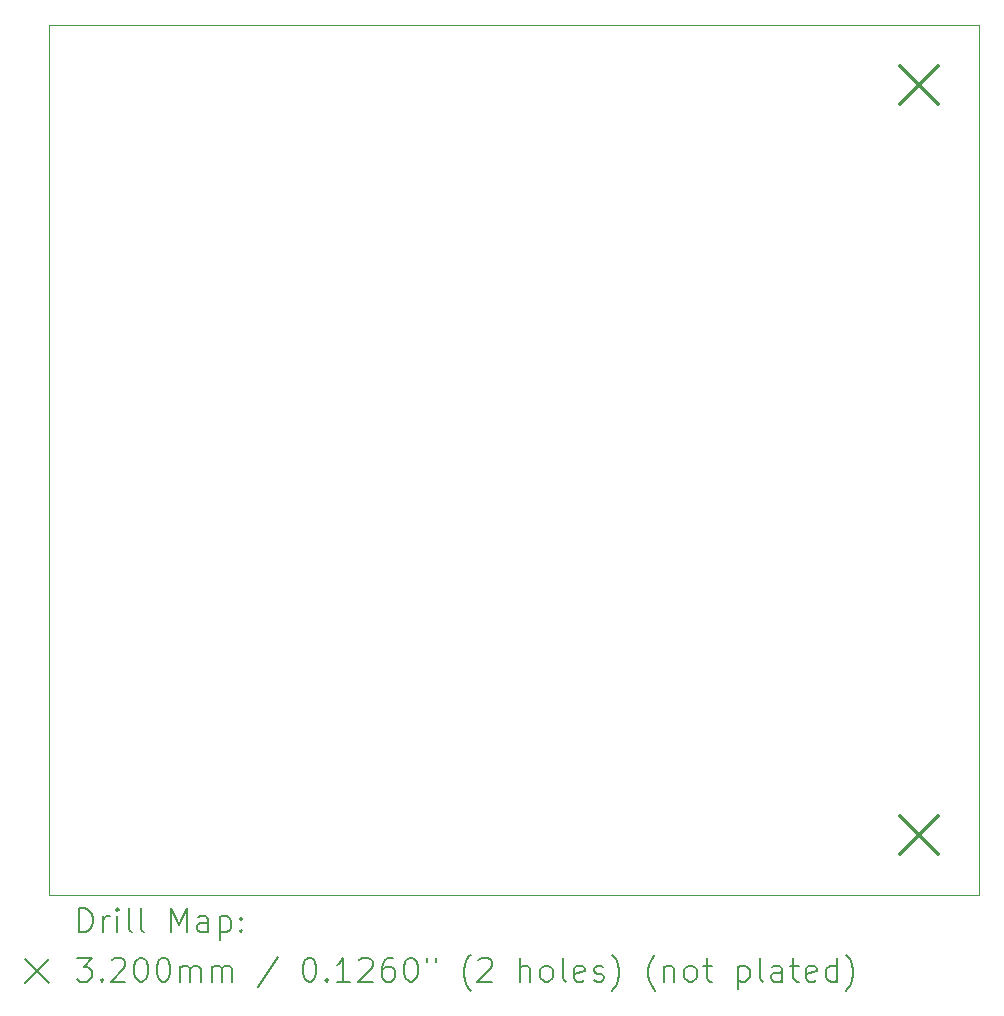
<source format=gbr>
%FSLAX45Y45*%
G04 Gerber Fmt 4.5, Leading zero omitted, Abs format (unit mm)*
G04 Created by KiCad (PCBNEW (6.0.0)) date 2022-03-13 21:04:10*
%MOMM*%
%LPD*%
G01*
G04 APERTURE LIST*
%TA.AperFunction,Profile*%
%ADD10C,0.100000*%
%TD*%
%ADD11C,0.200000*%
%ADD12C,0.320000*%
G04 APERTURE END LIST*
D10*
X5588000Y-11430000D02*
X5588000Y-4064000D01*
X13462000Y-4064000D02*
X13462000Y-11430000D01*
X13462000Y-11430000D02*
X5588000Y-11430000D01*
X5588000Y-4064000D02*
X13462000Y-4064000D01*
D11*
D12*
X12794000Y-4412000D02*
X13114000Y-4732000D01*
X13114000Y-4412000D02*
X12794000Y-4732000D01*
X12794000Y-10762000D02*
X13114000Y-11082000D01*
X13114000Y-10762000D02*
X12794000Y-11082000D01*
D11*
X5840619Y-11745476D02*
X5840619Y-11545476D01*
X5888238Y-11545476D01*
X5916809Y-11555000D01*
X5935857Y-11574048D01*
X5945381Y-11593095D01*
X5954905Y-11631190D01*
X5954905Y-11659762D01*
X5945381Y-11697857D01*
X5935857Y-11716905D01*
X5916809Y-11735952D01*
X5888238Y-11745476D01*
X5840619Y-11745476D01*
X6040619Y-11745476D02*
X6040619Y-11612143D01*
X6040619Y-11650238D02*
X6050143Y-11631190D01*
X6059667Y-11621667D01*
X6078714Y-11612143D01*
X6097762Y-11612143D01*
X6164428Y-11745476D02*
X6164428Y-11612143D01*
X6164428Y-11545476D02*
X6154905Y-11555000D01*
X6164428Y-11564524D01*
X6173952Y-11555000D01*
X6164428Y-11545476D01*
X6164428Y-11564524D01*
X6288238Y-11745476D02*
X6269190Y-11735952D01*
X6259667Y-11716905D01*
X6259667Y-11545476D01*
X6393000Y-11745476D02*
X6373952Y-11735952D01*
X6364428Y-11716905D01*
X6364428Y-11545476D01*
X6621571Y-11745476D02*
X6621571Y-11545476D01*
X6688238Y-11688333D01*
X6754905Y-11545476D01*
X6754905Y-11745476D01*
X6935857Y-11745476D02*
X6935857Y-11640714D01*
X6926333Y-11621667D01*
X6907286Y-11612143D01*
X6869190Y-11612143D01*
X6850143Y-11621667D01*
X6935857Y-11735952D02*
X6916809Y-11745476D01*
X6869190Y-11745476D01*
X6850143Y-11735952D01*
X6840619Y-11716905D01*
X6840619Y-11697857D01*
X6850143Y-11678809D01*
X6869190Y-11669286D01*
X6916809Y-11669286D01*
X6935857Y-11659762D01*
X7031095Y-11612143D02*
X7031095Y-11812143D01*
X7031095Y-11621667D02*
X7050143Y-11612143D01*
X7088238Y-11612143D01*
X7107286Y-11621667D01*
X7116809Y-11631190D01*
X7126333Y-11650238D01*
X7126333Y-11707381D01*
X7116809Y-11726428D01*
X7107286Y-11735952D01*
X7088238Y-11745476D01*
X7050143Y-11745476D01*
X7031095Y-11735952D01*
X7212048Y-11726428D02*
X7221571Y-11735952D01*
X7212048Y-11745476D01*
X7202524Y-11735952D01*
X7212048Y-11726428D01*
X7212048Y-11745476D01*
X7212048Y-11621667D02*
X7221571Y-11631190D01*
X7212048Y-11640714D01*
X7202524Y-11631190D01*
X7212048Y-11621667D01*
X7212048Y-11640714D01*
X5383000Y-11975000D02*
X5583000Y-12175000D01*
X5583000Y-11975000D02*
X5383000Y-12175000D01*
X5821571Y-11965476D02*
X5945381Y-11965476D01*
X5878714Y-12041667D01*
X5907286Y-12041667D01*
X5926333Y-12051190D01*
X5935857Y-12060714D01*
X5945381Y-12079762D01*
X5945381Y-12127381D01*
X5935857Y-12146428D01*
X5926333Y-12155952D01*
X5907286Y-12165476D01*
X5850143Y-12165476D01*
X5831095Y-12155952D01*
X5821571Y-12146428D01*
X6031095Y-12146428D02*
X6040619Y-12155952D01*
X6031095Y-12165476D01*
X6021571Y-12155952D01*
X6031095Y-12146428D01*
X6031095Y-12165476D01*
X6116809Y-11984524D02*
X6126333Y-11975000D01*
X6145381Y-11965476D01*
X6193000Y-11965476D01*
X6212048Y-11975000D01*
X6221571Y-11984524D01*
X6231095Y-12003571D01*
X6231095Y-12022619D01*
X6221571Y-12051190D01*
X6107286Y-12165476D01*
X6231095Y-12165476D01*
X6354905Y-11965476D02*
X6373952Y-11965476D01*
X6393000Y-11975000D01*
X6402524Y-11984524D01*
X6412048Y-12003571D01*
X6421571Y-12041667D01*
X6421571Y-12089286D01*
X6412048Y-12127381D01*
X6402524Y-12146428D01*
X6393000Y-12155952D01*
X6373952Y-12165476D01*
X6354905Y-12165476D01*
X6335857Y-12155952D01*
X6326333Y-12146428D01*
X6316809Y-12127381D01*
X6307286Y-12089286D01*
X6307286Y-12041667D01*
X6316809Y-12003571D01*
X6326333Y-11984524D01*
X6335857Y-11975000D01*
X6354905Y-11965476D01*
X6545381Y-11965476D02*
X6564428Y-11965476D01*
X6583476Y-11975000D01*
X6593000Y-11984524D01*
X6602524Y-12003571D01*
X6612048Y-12041667D01*
X6612048Y-12089286D01*
X6602524Y-12127381D01*
X6593000Y-12146428D01*
X6583476Y-12155952D01*
X6564428Y-12165476D01*
X6545381Y-12165476D01*
X6526333Y-12155952D01*
X6516809Y-12146428D01*
X6507286Y-12127381D01*
X6497762Y-12089286D01*
X6497762Y-12041667D01*
X6507286Y-12003571D01*
X6516809Y-11984524D01*
X6526333Y-11975000D01*
X6545381Y-11965476D01*
X6697762Y-12165476D02*
X6697762Y-12032143D01*
X6697762Y-12051190D02*
X6707286Y-12041667D01*
X6726333Y-12032143D01*
X6754905Y-12032143D01*
X6773952Y-12041667D01*
X6783476Y-12060714D01*
X6783476Y-12165476D01*
X6783476Y-12060714D02*
X6793000Y-12041667D01*
X6812048Y-12032143D01*
X6840619Y-12032143D01*
X6859667Y-12041667D01*
X6869190Y-12060714D01*
X6869190Y-12165476D01*
X6964428Y-12165476D02*
X6964428Y-12032143D01*
X6964428Y-12051190D02*
X6973952Y-12041667D01*
X6993000Y-12032143D01*
X7021571Y-12032143D01*
X7040619Y-12041667D01*
X7050143Y-12060714D01*
X7050143Y-12165476D01*
X7050143Y-12060714D02*
X7059667Y-12041667D01*
X7078714Y-12032143D01*
X7107286Y-12032143D01*
X7126333Y-12041667D01*
X7135857Y-12060714D01*
X7135857Y-12165476D01*
X7526333Y-11955952D02*
X7354905Y-12213095D01*
X7783476Y-11965476D02*
X7802524Y-11965476D01*
X7821571Y-11975000D01*
X7831095Y-11984524D01*
X7840619Y-12003571D01*
X7850143Y-12041667D01*
X7850143Y-12089286D01*
X7840619Y-12127381D01*
X7831095Y-12146428D01*
X7821571Y-12155952D01*
X7802524Y-12165476D01*
X7783476Y-12165476D01*
X7764428Y-12155952D01*
X7754905Y-12146428D01*
X7745381Y-12127381D01*
X7735857Y-12089286D01*
X7735857Y-12041667D01*
X7745381Y-12003571D01*
X7754905Y-11984524D01*
X7764428Y-11975000D01*
X7783476Y-11965476D01*
X7935857Y-12146428D02*
X7945381Y-12155952D01*
X7935857Y-12165476D01*
X7926333Y-12155952D01*
X7935857Y-12146428D01*
X7935857Y-12165476D01*
X8135857Y-12165476D02*
X8021571Y-12165476D01*
X8078714Y-12165476D02*
X8078714Y-11965476D01*
X8059667Y-11994048D01*
X8040619Y-12013095D01*
X8021571Y-12022619D01*
X8212048Y-11984524D02*
X8221571Y-11975000D01*
X8240619Y-11965476D01*
X8288238Y-11965476D01*
X8307286Y-11975000D01*
X8316809Y-11984524D01*
X8326333Y-12003571D01*
X8326333Y-12022619D01*
X8316809Y-12051190D01*
X8202524Y-12165476D01*
X8326333Y-12165476D01*
X8497762Y-11965476D02*
X8459667Y-11965476D01*
X8440619Y-11975000D01*
X8431095Y-11984524D01*
X8412048Y-12013095D01*
X8402524Y-12051190D01*
X8402524Y-12127381D01*
X8412048Y-12146428D01*
X8421571Y-12155952D01*
X8440619Y-12165476D01*
X8478714Y-12165476D01*
X8497762Y-12155952D01*
X8507286Y-12146428D01*
X8516810Y-12127381D01*
X8516810Y-12079762D01*
X8507286Y-12060714D01*
X8497762Y-12051190D01*
X8478714Y-12041667D01*
X8440619Y-12041667D01*
X8421571Y-12051190D01*
X8412048Y-12060714D01*
X8402524Y-12079762D01*
X8640619Y-11965476D02*
X8659667Y-11965476D01*
X8678714Y-11975000D01*
X8688238Y-11984524D01*
X8697762Y-12003571D01*
X8707286Y-12041667D01*
X8707286Y-12089286D01*
X8697762Y-12127381D01*
X8688238Y-12146428D01*
X8678714Y-12155952D01*
X8659667Y-12165476D01*
X8640619Y-12165476D01*
X8621571Y-12155952D01*
X8612048Y-12146428D01*
X8602524Y-12127381D01*
X8593000Y-12089286D01*
X8593000Y-12041667D01*
X8602524Y-12003571D01*
X8612048Y-11984524D01*
X8621571Y-11975000D01*
X8640619Y-11965476D01*
X8783476Y-11965476D02*
X8783476Y-12003571D01*
X8859667Y-11965476D02*
X8859667Y-12003571D01*
X9154905Y-12241667D02*
X9145381Y-12232143D01*
X9126333Y-12203571D01*
X9116810Y-12184524D01*
X9107286Y-12155952D01*
X9097762Y-12108333D01*
X9097762Y-12070238D01*
X9107286Y-12022619D01*
X9116810Y-11994048D01*
X9126333Y-11975000D01*
X9145381Y-11946428D01*
X9154905Y-11936905D01*
X9221571Y-11984524D02*
X9231095Y-11975000D01*
X9250143Y-11965476D01*
X9297762Y-11965476D01*
X9316810Y-11975000D01*
X9326333Y-11984524D01*
X9335857Y-12003571D01*
X9335857Y-12022619D01*
X9326333Y-12051190D01*
X9212048Y-12165476D01*
X9335857Y-12165476D01*
X9573952Y-12165476D02*
X9573952Y-11965476D01*
X9659667Y-12165476D02*
X9659667Y-12060714D01*
X9650143Y-12041667D01*
X9631095Y-12032143D01*
X9602524Y-12032143D01*
X9583476Y-12041667D01*
X9573952Y-12051190D01*
X9783476Y-12165476D02*
X9764429Y-12155952D01*
X9754905Y-12146428D01*
X9745381Y-12127381D01*
X9745381Y-12070238D01*
X9754905Y-12051190D01*
X9764429Y-12041667D01*
X9783476Y-12032143D01*
X9812048Y-12032143D01*
X9831095Y-12041667D01*
X9840619Y-12051190D01*
X9850143Y-12070238D01*
X9850143Y-12127381D01*
X9840619Y-12146428D01*
X9831095Y-12155952D01*
X9812048Y-12165476D01*
X9783476Y-12165476D01*
X9964429Y-12165476D02*
X9945381Y-12155952D01*
X9935857Y-12136905D01*
X9935857Y-11965476D01*
X10116810Y-12155952D02*
X10097762Y-12165476D01*
X10059667Y-12165476D01*
X10040619Y-12155952D01*
X10031095Y-12136905D01*
X10031095Y-12060714D01*
X10040619Y-12041667D01*
X10059667Y-12032143D01*
X10097762Y-12032143D01*
X10116810Y-12041667D01*
X10126333Y-12060714D01*
X10126333Y-12079762D01*
X10031095Y-12098809D01*
X10202524Y-12155952D02*
X10221571Y-12165476D01*
X10259667Y-12165476D01*
X10278714Y-12155952D01*
X10288238Y-12136905D01*
X10288238Y-12127381D01*
X10278714Y-12108333D01*
X10259667Y-12098809D01*
X10231095Y-12098809D01*
X10212048Y-12089286D01*
X10202524Y-12070238D01*
X10202524Y-12060714D01*
X10212048Y-12041667D01*
X10231095Y-12032143D01*
X10259667Y-12032143D01*
X10278714Y-12041667D01*
X10354905Y-12241667D02*
X10364429Y-12232143D01*
X10383476Y-12203571D01*
X10393000Y-12184524D01*
X10402524Y-12155952D01*
X10412048Y-12108333D01*
X10412048Y-12070238D01*
X10402524Y-12022619D01*
X10393000Y-11994048D01*
X10383476Y-11975000D01*
X10364429Y-11946428D01*
X10354905Y-11936905D01*
X10716810Y-12241667D02*
X10707286Y-12232143D01*
X10688238Y-12203571D01*
X10678714Y-12184524D01*
X10669190Y-12155952D01*
X10659667Y-12108333D01*
X10659667Y-12070238D01*
X10669190Y-12022619D01*
X10678714Y-11994048D01*
X10688238Y-11975000D01*
X10707286Y-11946428D01*
X10716810Y-11936905D01*
X10793000Y-12032143D02*
X10793000Y-12165476D01*
X10793000Y-12051190D02*
X10802524Y-12041667D01*
X10821571Y-12032143D01*
X10850143Y-12032143D01*
X10869190Y-12041667D01*
X10878714Y-12060714D01*
X10878714Y-12165476D01*
X11002524Y-12165476D02*
X10983476Y-12155952D01*
X10973952Y-12146428D01*
X10964429Y-12127381D01*
X10964429Y-12070238D01*
X10973952Y-12051190D01*
X10983476Y-12041667D01*
X11002524Y-12032143D01*
X11031095Y-12032143D01*
X11050143Y-12041667D01*
X11059667Y-12051190D01*
X11069190Y-12070238D01*
X11069190Y-12127381D01*
X11059667Y-12146428D01*
X11050143Y-12155952D01*
X11031095Y-12165476D01*
X11002524Y-12165476D01*
X11126333Y-12032143D02*
X11202524Y-12032143D01*
X11154905Y-11965476D02*
X11154905Y-12136905D01*
X11164429Y-12155952D01*
X11183476Y-12165476D01*
X11202524Y-12165476D01*
X11421571Y-12032143D02*
X11421571Y-12232143D01*
X11421571Y-12041667D02*
X11440619Y-12032143D01*
X11478714Y-12032143D01*
X11497762Y-12041667D01*
X11507286Y-12051190D01*
X11516809Y-12070238D01*
X11516809Y-12127381D01*
X11507286Y-12146428D01*
X11497762Y-12155952D01*
X11478714Y-12165476D01*
X11440619Y-12165476D01*
X11421571Y-12155952D01*
X11631095Y-12165476D02*
X11612048Y-12155952D01*
X11602524Y-12136905D01*
X11602524Y-11965476D01*
X11793000Y-12165476D02*
X11793000Y-12060714D01*
X11783476Y-12041667D01*
X11764428Y-12032143D01*
X11726333Y-12032143D01*
X11707286Y-12041667D01*
X11793000Y-12155952D02*
X11773952Y-12165476D01*
X11726333Y-12165476D01*
X11707286Y-12155952D01*
X11697762Y-12136905D01*
X11697762Y-12117857D01*
X11707286Y-12098809D01*
X11726333Y-12089286D01*
X11773952Y-12089286D01*
X11793000Y-12079762D01*
X11859667Y-12032143D02*
X11935857Y-12032143D01*
X11888238Y-11965476D02*
X11888238Y-12136905D01*
X11897762Y-12155952D01*
X11916809Y-12165476D01*
X11935857Y-12165476D01*
X12078714Y-12155952D02*
X12059667Y-12165476D01*
X12021571Y-12165476D01*
X12002524Y-12155952D01*
X11993000Y-12136905D01*
X11993000Y-12060714D01*
X12002524Y-12041667D01*
X12021571Y-12032143D01*
X12059667Y-12032143D01*
X12078714Y-12041667D01*
X12088238Y-12060714D01*
X12088238Y-12079762D01*
X11993000Y-12098809D01*
X12259667Y-12165476D02*
X12259667Y-11965476D01*
X12259667Y-12155952D02*
X12240619Y-12165476D01*
X12202524Y-12165476D01*
X12183476Y-12155952D01*
X12173952Y-12146428D01*
X12164428Y-12127381D01*
X12164428Y-12070238D01*
X12173952Y-12051190D01*
X12183476Y-12041667D01*
X12202524Y-12032143D01*
X12240619Y-12032143D01*
X12259667Y-12041667D01*
X12335857Y-12241667D02*
X12345381Y-12232143D01*
X12364428Y-12203571D01*
X12373952Y-12184524D01*
X12383476Y-12155952D01*
X12393000Y-12108333D01*
X12393000Y-12070238D01*
X12383476Y-12022619D01*
X12373952Y-11994048D01*
X12364428Y-11975000D01*
X12345381Y-11946428D01*
X12335857Y-11936905D01*
M02*

</source>
